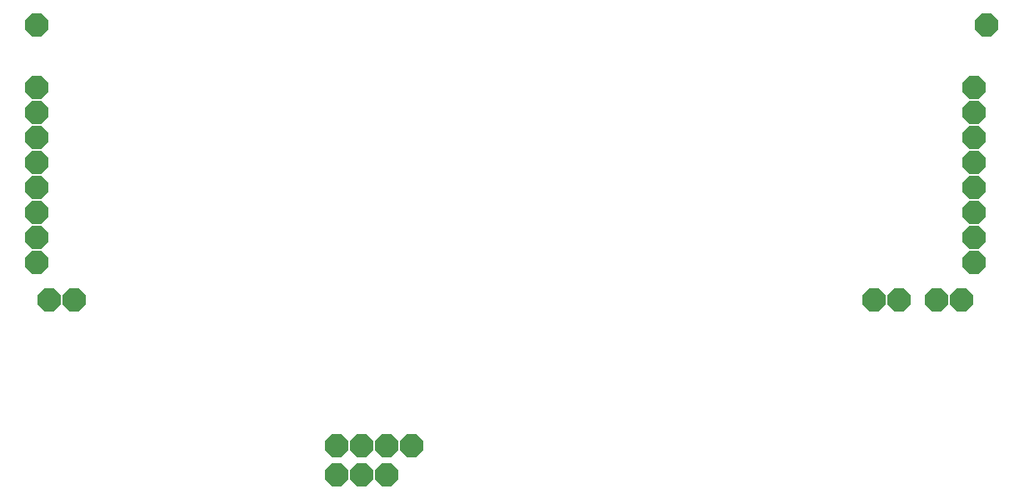
<source format=gbr>
G04 EAGLE Gerber RS-274X export*
G75*
%MOMM*%
%FSLAX34Y34*%
%LPD*%
%INSoldermask Bottom*%
%IPPOS*%
%AMOC8*
5,1,8,0,0,1.08239X$1,22.5*%
G01*
%ADD10P,2.556822X8X22.500000*%


D10*
X977900Y355600D03*
X977900Y279400D03*
X25400Y457200D03*
X25400Y330200D03*
X25400Y431800D03*
X25400Y406400D03*
X977900Y431800D03*
X977900Y304800D03*
X25400Y520700D03*
X990600Y520700D03*
X965200Y241300D03*
X876300Y241300D03*
X977900Y457200D03*
X901700Y241300D03*
X977900Y381000D03*
X977900Y406400D03*
X25400Y355600D03*
X25400Y381000D03*
X939800Y241300D03*
X977900Y330200D03*
X38100Y241300D03*
X63500Y241300D03*
X25400Y279400D03*
X25400Y304800D03*
X355600Y92710D03*
X381000Y92710D03*
X406400Y92710D03*
X330200Y92710D03*
X381000Y63500D03*
X330200Y63500D03*
X355600Y63500D03*
M02*

</source>
